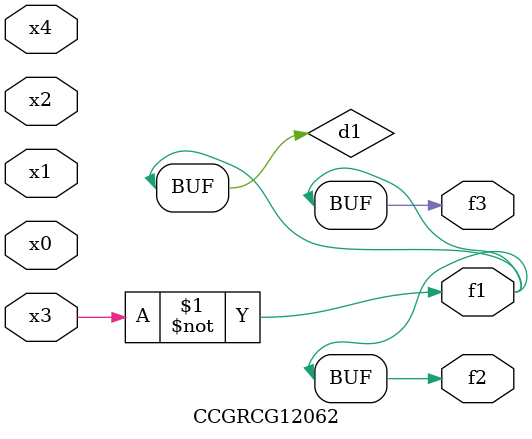
<source format=v>
module CCGRCG12062(
	input x0, x1, x2, x3, x4,
	output f1, f2, f3
);

	wire d1, d2;

	xnor (d1, x3);
	not (d2, x1);
	assign f1 = d1;
	assign f2 = d1;
	assign f3 = d1;
endmodule

</source>
